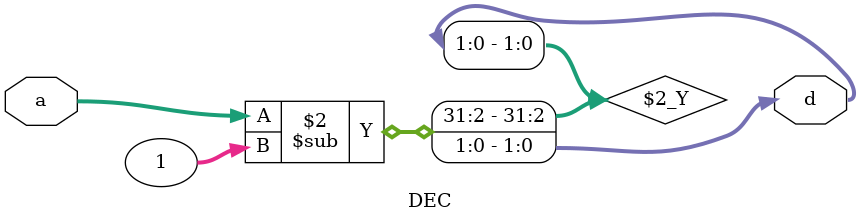
<source format=v>
`timescale 1ns / 1ns

module DEC(a, d);
    // Parameter DATAWIDTH that describes the number of bits for the input a
    // and the output q
    parameter DATAWIDTH = 2;
    
    
    // Input and output declarations for the register module
    input [DATAWIDTH-1:0] a;
    output reg [DATAWIDTH-1:0] d;
    
    // Start the procedural code using an always block that is sensative
    // to the inputs "a" 
    always @(a) begin
        d <= a - 1;
    end
    
endmodule
</source>
